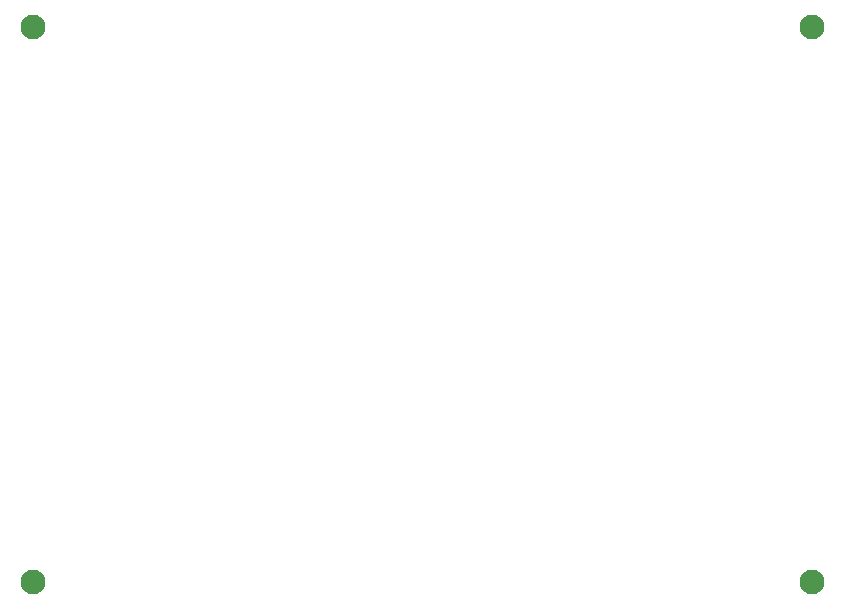
<source format=gbr>
%TF.GenerationSoftware,Altium Limited,Altium Designer,20.1.12 (249)*%
G04 Layer_Physical_Order=1*
G04 Layer_Color=255*
%FSLAX26Y26*%
%MOIN*%
%TF.SameCoordinates,73CAA688-106B-4C54-AD3F-6D0582A263F4*%
%TF.FilePolarity,Positive*%
%TF.FileFunction,Copper,L1,Top,Signal*%
%TF.Part,Single*%
G01*
G75*
%TA.AperFunction,ViaPad*%
%ADD10C,0.082677*%
D10*
X157284Y2008005D02*
D03*
Y157612D02*
D03*
X2755709Y2008005D02*
D03*
Y157612D02*
D03*
%TF.MD5,e3fc35e4c98144e967370a0685963970*%
M02*

</source>
